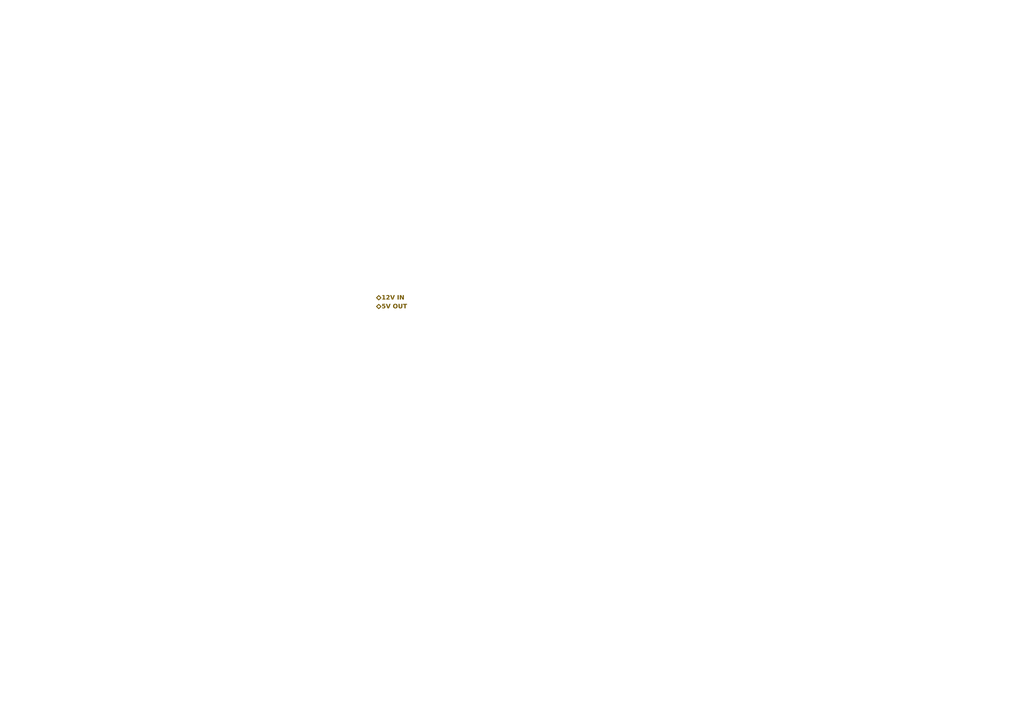
<source format=kicad_sch>
(kicad_sch
	(version 20240101)
	(generator "eeschema")
	(generator_version "8.99")
	(uuid "9656877e-9947-4465-b8a7-40790b2fc774")
	(paper "A4")
	(lib_symbols)
	(hierarchical_label "5V OUT"
		(shape bidirectional)
		(at 109.22 88.9 0)
		(fields_autoplaced yes)
		(effects
			(font
				(face "JetBrains Mono")
				(size 1.27 1.27)
				(thickness 0.254)
				(bold yes)
			)
			(justify left)
		)
		(uuid "3a6c9421-e944-40af-9b71-8d0f2fef334e")
	)
	(hierarchical_label "12V IN"
		(shape bidirectional)
		(at 109.22 86.36 0)
		(fields_autoplaced yes)
		(effects
			(font
				(face "JetBrains Mono")
				(size 1.27 1.27)
				(thickness 0.254)
				(bold yes)
			)
			(justify left)
		)
		(uuid "6a402674-229a-4b8c-baba-0c8eb4132eec")
	)
)
</source>
